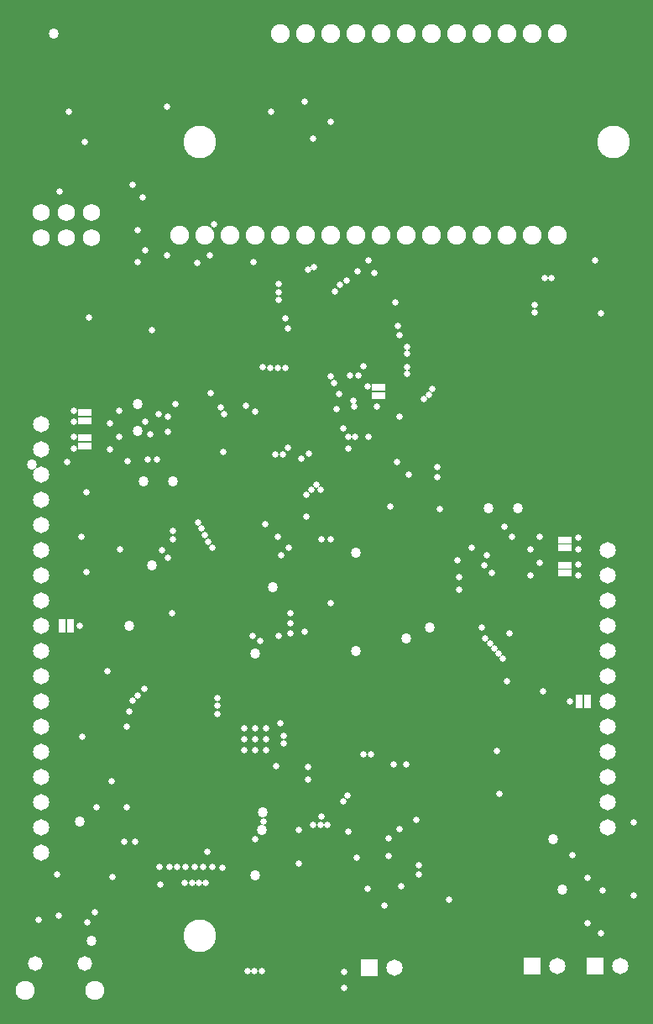
<source format=gbr>
G04 EAGLE Gerber X2 export*
%TF.Part,Single*%
%TF.FileFunction,Soldermask,Bot,1*%
%TF.FilePolarity,Negative*%
%TF.GenerationSoftware,Autodesk,EAGLE,9.2.1*%
%TF.CreationDate,2018-11-01T02:04:35Z*%
G75*
%MOMM*%
%FSLAX34Y34*%
%LPD*%
%INSoldermask Bottom*%
%IPNEG*%
%AMOC8*
5,1,8,0,0,1.08239X$1,22.5*%
G01*
%ADD10C,0.635000*%
%ADD11R,1.397000X0.762000*%
%ADD12C,1.027000*%
%ADD13C,1.651000*%
%ADD14C,1.905000*%
%ADD15C,1.477000*%
%ADD16C,1.927000*%
%ADD17C,1.752600*%
%ADD18R,0.762000X1.397000*%
%ADD19R,1.651000X1.651000*%
%ADD20C,3.302000*%
%ADD21C,0.681000*%


D10*
X254000Y266700D03*
X254000Y277700D03*
X265000Y266700D03*
X265000Y277700D03*
X243000Y277700D03*
X243000Y255700D03*
X243000Y266700D03*
X254000Y255700D03*
X265000Y255700D03*
X116840Y571500D03*
X116840Y598170D03*
D11*
X82550Y587756D03*
X82550Y595884D03*
X82550Y570484D03*
X82550Y562356D03*
D10*
X532130Y458470D03*
X532130Y431800D03*
D11*
X566420Y442214D03*
X566420Y434086D03*
X566420Y459486D03*
X566420Y467614D03*
D12*
X141210Y526670D03*
X171210Y526670D03*
X519190Y500000D03*
X489190Y500000D03*
D13*
X38100Y584200D03*
X38100Y558800D03*
X38100Y533400D03*
X38100Y508000D03*
X38100Y482600D03*
X38100Y457200D03*
X38100Y431800D03*
X38100Y406400D03*
X38100Y381000D03*
X38100Y355600D03*
X38100Y330200D03*
X38100Y304800D03*
X38100Y279400D03*
X38100Y254000D03*
X38100Y228600D03*
X38100Y203200D03*
X38100Y177800D03*
X38100Y152400D03*
X609600Y457200D03*
X609600Y431800D03*
X609600Y406400D03*
X609600Y381000D03*
X609600Y177800D03*
X609600Y203200D03*
X609600Y228600D03*
X609600Y254000D03*
X609600Y279400D03*
X609600Y304800D03*
X609600Y330200D03*
X609600Y355600D03*
D14*
X279400Y977900D03*
X304800Y977900D03*
X330200Y977900D03*
X355600Y977900D03*
X381000Y977900D03*
X406400Y977900D03*
X431800Y977900D03*
X457200Y977900D03*
X482600Y977900D03*
X508000Y977900D03*
X533400Y977900D03*
X558800Y977900D03*
X279400Y774700D03*
X304800Y774700D03*
X330200Y774700D03*
X355600Y774700D03*
X381000Y774700D03*
X406400Y774700D03*
X431800Y774700D03*
X457200Y774700D03*
X482600Y774700D03*
X508000Y774700D03*
X533400Y774700D03*
X558800Y774700D03*
X254000Y774700D03*
X228600Y774700D03*
X203200Y774700D03*
X177800Y774700D03*
D15*
X32150Y40970D03*
X82150Y40970D03*
D16*
X22150Y13970D03*
X92150Y13970D03*
D17*
X63500Y797560D03*
X63500Y772160D03*
X88900Y772160D03*
X88900Y797560D03*
X38100Y797560D03*
X38100Y772160D03*
D11*
X378460Y621284D03*
X378460Y613156D03*
D18*
X589534Y304800D03*
X581406Y304800D03*
X59436Y381000D03*
X67564Y381000D03*
D19*
X596900Y38100D03*
D13*
X622300Y38100D03*
D19*
X533400Y38100D03*
D13*
X558800Y38100D03*
D19*
X369570Y36830D03*
D13*
X394970Y36830D03*
D20*
X615750Y868580D03*
X198120Y68580D03*
X198120Y868580D03*
D10*
X304396Y375476D03*
D21*
X259080Y365760D03*
D12*
X135890Y604520D03*
X127000Y381000D03*
D21*
X288223Y459807D03*
X347980Y560070D03*
D10*
X604520Y114300D03*
D21*
X636270Y182880D03*
X344170Y16280D03*
X344170Y31980D03*
X367665Y116205D03*
D12*
X254000Y353060D03*
X355600Y355600D03*
X406400Y368300D03*
X430530Y379730D03*
D10*
X264160Y483870D03*
X283210Y270510D03*
X275590Y240030D03*
D12*
X563880Y115570D03*
X261620Y193040D03*
D21*
X71120Y586740D03*
D12*
X88900Y63500D03*
X254000Y129540D03*
D10*
X321310Y189230D03*
D21*
X500380Y212090D03*
X497840Y255270D03*
D10*
X280670Y452120D03*
X276860Y471170D03*
X306070Y491490D03*
D21*
X333707Y625396D03*
D10*
X354126Y601726D03*
X336026Y599224D03*
X580390Y458470D03*
X544830Y314960D03*
X298450Y141732D03*
X596900Y749611D03*
D21*
X307340Y226060D03*
X401598Y118879D03*
D10*
X135890Y779526D03*
X57150Y819150D03*
D21*
X195580Y746760D03*
X580390Y443230D03*
X71120Y571500D03*
D12*
X28630Y543226D03*
D10*
X289560Y393700D03*
X289560Y383540D03*
X289560Y373380D03*
X279400Y283210D03*
X311150Y518160D03*
X278130Y370840D03*
X251460Y370840D03*
X306070Y513080D03*
D21*
X330200Y403860D03*
D12*
X135890Y577850D03*
D10*
X166370Y591820D03*
X173990Y604520D03*
D12*
X150224Y441960D03*
D21*
X125730Y547370D03*
X368300Y571500D03*
D10*
X342900Y580390D03*
X339074Y614680D03*
D21*
X170180Y393700D03*
D10*
X124460Y279400D03*
X118110Y458470D03*
D12*
X271780Y420370D03*
X355600Y454660D03*
D10*
X459740Y430530D03*
X492719Y434800D03*
X508000Y325120D03*
X510540Y373380D03*
D21*
X165100Y904240D03*
X66040Y899160D03*
D10*
X82512Y868642D03*
D21*
X253837Y166207D03*
X356870Y147320D03*
D12*
X77470Y184150D03*
X50800Y977900D03*
D21*
X449580Y105410D03*
X419404Y130506D03*
X574040Y149860D03*
X182802Y121920D03*
X175260Y138430D03*
X200412Y479038D03*
X246670Y33017D03*
X190500Y122198D03*
X184150Y138430D03*
X203596Y472231D03*
X253734Y33020D03*
X197564Y122198D03*
X193040Y138430D03*
X207120Y466090D03*
X260798Y33020D03*
X204628Y122198D03*
X201419Y137919D03*
X210644Y459624D03*
D10*
X262890Y184150D03*
X312420Y180539D03*
D12*
X260747Y175544D03*
X554990Y165896D03*
D10*
X416560Y185420D03*
D21*
X388620Y166654D03*
D10*
X327263Y180539D03*
X342860Y204510D03*
X358138Y633270D03*
X320040Y180539D03*
X347570Y210410D03*
X350264Y633730D03*
D21*
X406400Y241300D03*
X400050Y176530D03*
X419100Y139700D03*
X158750Y120650D03*
X157480Y138430D03*
D10*
X298450Y175260D03*
X347980Y174004D03*
D21*
X397510Y546100D03*
X308610Y554990D03*
X281940Y553506D03*
X330200Y632460D03*
D10*
X286843Y680974D03*
X334866Y718352D03*
X400050Y674370D03*
D21*
X208280Y754380D03*
X86360Y692150D03*
X109578Y224790D03*
D10*
X143510Y586740D03*
X156690Y594360D03*
X398018Y682981D03*
X148590Y574040D03*
X166370Y576580D03*
D21*
X154940Y548640D03*
D10*
X107950Y558800D03*
X107950Y585470D03*
D21*
X146050Y548640D03*
X170966Y476608D03*
X71120Y598170D03*
X71120Y560070D03*
X64882Y546212D03*
X78740Y471170D03*
D10*
X80010Y269240D03*
X458376Y447040D03*
X487680Y452120D03*
X505460Y481330D03*
X472440Y459740D03*
X513080Y471170D03*
X580390Y431800D03*
X580390Y469900D03*
D21*
X222250Y556260D03*
X215900Y308610D03*
D10*
X408940Y533400D03*
X499915Y353044D03*
X535940Y697230D03*
X553110Y731520D03*
D21*
X321310Y468630D03*
X363220Y251460D03*
D10*
X355266Y571500D03*
D21*
X330200Y468630D03*
X370840Y251460D03*
D10*
X347980Y571500D03*
X313690Y742862D03*
X603250Y695960D03*
X367394Y622300D03*
X286836Y560578D03*
X535940Y704850D03*
X546506Y731926D03*
D21*
X35560Y85090D03*
X85090Y82550D03*
X278130Y725328D03*
X130326Y306070D03*
D10*
X165100Y754380D03*
D21*
X278130Y709930D03*
X142240Y317500D03*
D10*
X135890Y748030D03*
D21*
X130850Y825500D03*
X140850Y812800D03*
X262131Y642109D03*
X210820Y138430D03*
D10*
X407868Y662178D03*
D21*
X269240Y641350D03*
X220980Y137160D03*
D10*
X407868Y655574D03*
D21*
X133350Y163830D03*
X124460Y198120D03*
X121920Y163830D03*
X93980Y198120D03*
X363220Y642620D03*
X244599Y602491D03*
X219638Y601206D03*
X215900Y292100D03*
X54610Y130810D03*
X92710Y92710D03*
X110490Y128270D03*
X56214Y88900D03*
D10*
X353060Y608330D03*
D21*
X254000Y596900D03*
X222782Y594360D03*
X215900Y300990D03*
D10*
X377190Y601980D03*
X399542Y592056D03*
X504190Y347980D03*
D21*
X278130Y716994D03*
X135890Y311150D03*
X143510Y759460D03*
X284480Y690880D03*
X205740Y153670D03*
D10*
X149860Y679450D03*
X368300Y749300D03*
D21*
X252730Y747712D03*
X212344Y786125D03*
X83820Y435586D03*
D10*
X276860Y641350D03*
X407868Y641604D03*
X429228Y613876D03*
X482600Y379730D03*
X284480Y641350D03*
X407868Y635000D03*
X424164Y609600D03*
X486410Y368236D03*
D21*
X438364Y530662D03*
X374650Y736600D03*
X270510Y899160D03*
X312420Y872490D03*
X304370Y909320D03*
X330200Y889000D03*
X83820Y515620D03*
X170966Y468630D03*
D10*
X105410Y335280D03*
X357161Y738161D03*
X491025Y363172D03*
X307340Y238760D03*
X316230Y523240D03*
D21*
X636270Y109220D03*
X603250Y71120D03*
X384810Y99060D03*
X388898Y148868D03*
D10*
X589280Y81280D03*
X589280Y127000D03*
D21*
X166370Y449580D03*
X160020Y457200D03*
X77470Y381000D03*
X571500Y304800D03*
X167640Y138430D03*
X196548Y485164D03*
D10*
X459740Y417830D03*
X485140Y441960D03*
X433070Y619760D03*
X307340Y740410D03*
X495300Y358108D03*
X300990Y549402D03*
X274320Y553720D03*
X395667Y706817D03*
X438134Y541020D03*
D21*
X339636Y724686D03*
D10*
X127000Y294640D03*
D21*
X346710Y728980D03*
D10*
X209764Y615950D03*
X393700Y241300D03*
X390858Y501142D03*
X541020Y444500D03*
X541020Y471170D03*
D21*
X440690Y499110D03*
D10*
X283210Y262890D03*
X320265Y517935D03*
M02*

</source>
